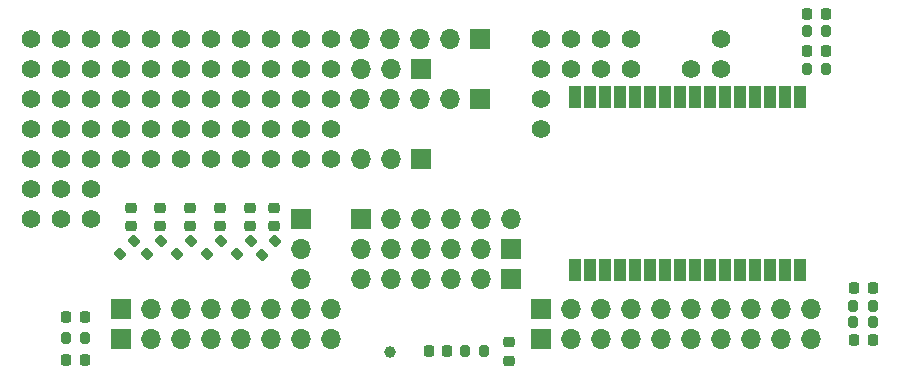
<source format=gbr>
%TF.GenerationSoftware,KiCad,Pcbnew,8.0.4*%
%TF.CreationDate,2024-10-15T16:48:48+08:00*%
%TF.ProjectId,ST-Link_3.0_devkit,53542d4c-696e-46b5-9f33-2e305f646576,rev?*%
%TF.SameCoordinates,Original*%
%TF.FileFunction,Soldermask,Top*%
%TF.FilePolarity,Negative*%
%FSLAX46Y46*%
G04 Gerber Fmt 4.6, Leading zero omitted, Abs format (unit mm)*
G04 Created by KiCad (PCBNEW 8.0.4) date 2024-10-15 16:48:48*
%MOMM*%
%LPD*%
G01*
G04 APERTURE LIST*
G04 Aperture macros list*
%AMRoundRect*
0 Rectangle with rounded corners*
0 $1 Rounding radius*
0 $2 $3 $4 $5 $6 $7 $8 $9 X,Y pos of 4 corners*
0 Add a 4 corners polygon primitive as box body*
4,1,4,$2,$3,$4,$5,$6,$7,$8,$9,$2,$3,0*
0 Add four circle primitives for the rounded corners*
1,1,$1+$1,$2,$3*
1,1,$1+$1,$4,$5*
1,1,$1+$1,$6,$7*
1,1,$1+$1,$8,$9*
0 Add four rect primitives between the rounded corners*
20,1,$1+$1,$2,$3,$4,$5,0*
20,1,$1+$1,$4,$5,$6,$7,0*
20,1,$1+$1,$6,$7,$8,$9,0*
20,1,$1+$1,$8,$9,$2,$3,0*%
G04 Aperture macros list end*
%ADD10R,1.070100X1.899920*%
%ADD11R,1.700000X1.700000*%
%ADD12O,1.700000X1.700000*%
%ADD13RoundRect,0.218750X-0.218750X-0.256250X0.218750X-0.256250X0.218750X0.256250X-0.218750X0.256250X0*%
%ADD14RoundRect,0.218750X-0.256250X0.218750X-0.256250X-0.218750X0.256250X-0.218750X0.256250X0.218750X0*%
%ADD15RoundRect,0.218750X0.218750X0.256250X-0.218750X0.256250X-0.218750X-0.256250X0.218750X-0.256250X0*%
%ADD16C,1.000000*%
%ADD17RoundRect,0.200000X0.200000X0.275000X-0.200000X0.275000X-0.200000X-0.275000X0.200000X-0.275000X0*%
%ADD18RoundRect,0.200000X-0.053033X0.335876X-0.335876X0.053033X0.053033X-0.335876X0.335876X-0.053033X0*%
%ADD19RoundRect,0.225000X0.250000X-0.225000X0.250000X0.225000X-0.250000X0.225000X-0.250000X-0.225000X0*%
%ADD20RoundRect,0.225000X-0.225000X-0.250000X0.225000X-0.250000X0.225000X0.250000X-0.225000X0.250000X0*%
%ADD21C,1.560000*%
G04 APERTURE END LIST*
D10*
%TO.C,MOD1*%
X168783000Y-84323170D03*
X167513000Y-84323170D03*
X166243000Y-84323170D03*
X164973000Y-84323170D03*
X163703000Y-84323170D03*
X162433000Y-84323170D03*
X161163000Y-84323170D03*
X159893000Y-84323170D03*
X158623000Y-84323170D03*
X157353000Y-84323170D03*
X156083000Y-84323170D03*
X154813000Y-84323170D03*
X153543000Y-84323170D03*
X152273000Y-84323170D03*
X151003000Y-84323170D03*
X149733000Y-84323170D03*
X149733000Y-98963230D03*
X151003000Y-98963230D03*
X152273000Y-98963230D03*
X153543000Y-98963230D03*
X154813000Y-98963230D03*
X156083000Y-98963230D03*
X157353000Y-98963230D03*
X158623000Y-98963230D03*
X159893000Y-98963230D03*
X161163000Y-98963230D03*
X162433000Y-98963230D03*
X163703000Y-98963230D03*
X164973000Y-98963230D03*
X166243000Y-98963230D03*
X167513000Y-98963230D03*
X168783000Y-98963230D03*
%TD*%
D11*
%TO.C,CON3*%
X146812000Y-104825800D03*
D12*
X149352000Y-104825800D03*
X151892000Y-104825800D03*
X154432000Y-104825800D03*
X156972000Y-104825800D03*
X159512000Y-104825800D03*
X162052000Y-104825800D03*
X164592000Y-104825800D03*
X167132000Y-104825800D03*
X169672000Y-104825800D03*
%TD*%
%TO.C,CON1*%
X129032000Y-104825800D03*
X126492000Y-104825800D03*
X123952000Y-104825800D03*
X121412000Y-104825800D03*
X118872000Y-104825800D03*
X116332000Y-104825800D03*
X113792000Y-104825800D03*
D11*
X111252000Y-104825800D03*
%TD*%
%TO.C,CON2*%
X111252000Y-102285800D03*
D12*
X113792000Y-102285800D03*
X116332000Y-102285800D03*
X118872000Y-102285800D03*
X121412000Y-102285800D03*
X123952000Y-102285800D03*
X126492000Y-102285800D03*
X129032000Y-102285800D03*
%TD*%
D11*
%TO.C,CON13*%
X144272000Y-99745800D03*
D12*
X141732000Y-99745800D03*
X139192000Y-99745800D03*
X136652000Y-99745800D03*
X134112000Y-99745800D03*
X131572000Y-99745800D03*
%TD*%
D11*
%TO.C,CON12*%
X136652000Y-81965800D03*
D12*
X134112000Y-81965800D03*
X131572000Y-81965800D03*
%TD*%
D11*
%TO.C,CON11*%
X144272000Y-97205800D03*
D12*
X141732000Y-97205800D03*
X139192000Y-97205800D03*
X136652000Y-97205800D03*
X134112000Y-97205800D03*
X131572000Y-97205800D03*
%TD*%
D11*
%TO.C,CON10*%
X136652000Y-89585800D03*
D12*
X134112000Y-89585800D03*
X131572000Y-89585800D03*
%TD*%
D11*
%TO.C,CON9*%
X141706600Y-84505800D03*
D12*
X139166600Y-84505800D03*
X136626600Y-84505800D03*
X134086600Y-84505800D03*
X131546600Y-84505800D03*
%TD*%
D11*
%TO.C,CON8*%
X131572000Y-94665800D03*
D12*
X134112000Y-94665800D03*
X136652000Y-94665800D03*
X139192000Y-94665800D03*
X141732000Y-94665800D03*
X144272000Y-94665800D03*
%TD*%
D11*
%TO.C,CON7*%
X141706600Y-79425800D03*
D12*
X139166600Y-79425800D03*
X136626600Y-79425800D03*
X134086600Y-79425800D03*
X131546600Y-79425800D03*
%TD*%
D11*
%TO.C,CON6*%
X126492000Y-94665800D03*
D12*
X126492000Y-97205800D03*
X126492000Y-99745800D03*
%TD*%
D11*
%TO.C,CON4*%
X146812000Y-102285800D03*
D12*
X149352000Y-102285800D03*
X151892000Y-102285800D03*
X154432000Y-102285800D03*
X156972000Y-102285800D03*
X159512000Y-102285800D03*
X162052000Y-102285800D03*
X164592000Y-102285800D03*
X167132000Y-102285800D03*
X169672000Y-102285800D03*
%TD*%
D13*
%TO.C,TX*%
X173354900Y-100482400D03*
X174929900Y-100482400D03*
%TD*%
%TO.C,RX*%
X173354900Y-104952800D03*
X174929900Y-104952800D03*
%TD*%
D14*
%TO.C,VD10*%
X112141000Y-93700499D03*
X112141000Y-95275501D03*
%TD*%
%TO.C,VD9*%
X114554000Y-93700499D03*
X114554000Y-95275501D03*
%TD*%
%TO.C,VD8*%
X117094000Y-93700499D03*
X117094000Y-95275501D03*
%TD*%
%TO.C,VD7*%
X119634000Y-93700499D03*
X119634000Y-95275501D03*
%TD*%
%TO.C,VD6*%
X122174000Y-93700499D03*
X122174000Y-95275501D03*
%TD*%
%TO.C,VD5*%
X124206000Y-93700499D03*
X124206000Y-95275501D03*
%TD*%
D15*
%TO.C,PC1*%
X170942101Y-80441800D03*
X169367099Y-80441800D03*
%TD*%
%TO.C,PC0*%
X170942101Y-77343000D03*
X169367099Y-77343000D03*
%TD*%
D13*
%TO.C,3V3*%
X137337700Y-105841800D03*
X138912700Y-105841800D03*
%TD*%
D15*
%TO.C,5V*%
X108229501Y-106603800D03*
X106654499Y-106603800D03*
%TD*%
D16*
%TO.C,TP1*%
X134086600Y-105943400D03*
%TD*%
D17*
%TO.C,R12*%
X174942000Y-102006400D03*
X173292000Y-102006400D03*
%TD*%
%TO.C,R11*%
X174942000Y-103403400D03*
X173292000Y-103403400D03*
%TD*%
D18*
%TO.C,R10*%
X111176637Y-97662163D03*
X112343363Y-96495437D03*
%TD*%
%TO.C,R9*%
X114629363Y-96495437D03*
X113462637Y-97662163D03*
%TD*%
%TO.C,R8*%
X116002637Y-97662163D03*
X117169363Y-96495437D03*
%TD*%
%TO.C,R7*%
X119709363Y-96495437D03*
X118542637Y-97662163D03*
%TD*%
%TO.C,R6*%
X122249363Y-96495437D03*
X121082637Y-97662163D03*
%TD*%
%TO.C,R5*%
X124357563Y-96546237D03*
X123190837Y-97712963D03*
%TD*%
D17*
%TO.C,R4*%
X171005000Y-81965800D03*
X169355000Y-81965800D03*
%TD*%
%TO.C,R3*%
X169355000Y-78740000D03*
X171005000Y-78740000D03*
%TD*%
%TO.C,R2*%
X140399000Y-105841800D03*
X142049000Y-105841800D03*
%TD*%
%TO.C,R1*%
X106617000Y-104775000D03*
X108267000Y-104775000D03*
%TD*%
D19*
%TO.C,C2*%
X144094200Y-106667600D03*
X144094200Y-105117600D03*
%TD*%
D20*
%TO.C,C1*%
X106667000Y-102971600D03*
X108217000Y-102971600D03*
%TD*%
D21*
%TO.C,*%
X103632000Y-89585800D03*
%TD*%
%TO.C,*%
X113792000Y-89585800D03*
%TD*%
%TO.C,*%
X108712000Y-89585800D03*
%TD*%
%TO.C,*%
X103632000Y-79425800D03*
%TD*%
%TO.C,*%
X103632000Y-87045800D03*
%TD*%
%TO.C,*%
X106172000Y-84505800D03*
%TD*%
%TO.C,*%
X108712000Y-87045800D03*
%TD*%
%TO.C,*%
X106172000Y-89585800D03*
%TD*%
%TO.C,*%
X106172000Y-81965800D03*
%TD*%
%TO.C,*%
X106172000Y-79425800D03*
%TD*%
%TO.C,*%
X103632000Y-81965800D03*
%TD*%
%TO.C,*%
X103632000Y-84505800D03*
%TD*%
%TO.C,*%
X106172000Y-87045800D03*
%TD*%
%TO.C,*%
X121412000Y-89585800D03*
%TD*%
%TO.C,*%
X126492000Y-89585800D03*
%TD*%
%TO.C,*%
X118872000Y-87045800D03*
%TD*%
%TO.C,*%
X118872000Y-81965800D03*
%TD*%
%TO.C,*%
X113792000Y-87045800D03*
%TD*%
%TO.C,*%
X121412000Y-84505800D03*
%TD*%
%TO.C,*%
X126492000Y-84505800D03*
%TD*%
%TO.C,*%
X126492000Y-81965800D03*
%TD*%
%TO.C,*%
X121412000Y-81965800D03*
%TD*%
%TO.C,*%
X123952000Y-81965800D03*
%TD*%
%TO.C,*%
X123952000Y-89585800D03*
%TD*%
%TO.C,*%
X121412000Y-87045800D03*
%TD*%
%TO.C,*%
X123952000Y-87045800D03*
%TD*%
%TO.C,*%
X116332000Y-81965800D03*
%TD*%
%TO.C,*%
X113792000Y-81965800D03*
%TD*%
%TO.C,*%
X116332000Y-87045800D03*
%TD*%
%TO.C,*%
X118872000Y-89585800D03*
%TD*%
%TO.C,*%
X126492000Y-87045800D03*
%TD*%
%TO.C,*%
X108712000Y-92125800D03*
%TD*%
%TO.C,*%
X103632000Y-94665800D03*
%TD*%
%TO.C,*%
X106172000Y-92125800D03*
%TD*%
%TO.C,*%
X103632000Y-92125800D03*
%TD*%
%TO.C,*%
X116332000Y-89585800D03*
%TD*%
%TO.C,*%
X106172000Y-94665800D03*
%TD*%
%TO.C,*%
X108712000Y-94665800D03*
%TD*%
%TO.C,*%
X111252000Y-89585800D03*
%TD*%
%TO.C,*%
X111252000Y-81965800D03*
%TD*%
%TO.C,*%
X118872000Y-84505800D03*
%TD*%
%TO.C,*%
X111252000Y-79425800D03*
%TD*%
%TO.C,*%
X113792000Y-84505800D03*
%TD*%
%TO.C,*%
X116332000Y-84505800D03*
%TD*%
%TO.C,*%
X129032000Y-81965800D03*
%TD*%
%TO.C,*%
X129032000Y-84505800D03*
%TD*%
%TO.C,*%
X113792000Y-79425800D03*
%TD*%
%TO.C,*%
X121412000Y-79425800D03*
%TD*%
%TO.C,*%
X118872000Y-79425800D03*
%TD*%
%TO.C,*%
X129032000Y-79425800D03*
%TD*%
%TO.C,*%
X111252000Y-84505800D03*
%TD*%
%TO.C,*%
X116332000Y-79425800D03*
%TD*%
%TO.C,*%
X123952000Y-84505800D03*
%TD*%
%TO.C,*%
X111252000Y-87045800D03*
%TD*%
%TO.C,*%
X126492000Y-79425800D03*
%TD*%
%TO.C,*%
X123952000Y-79425800D03*
%TD*%
%TO.C,*%
X108712000Y-79425800D03*
%TD*%
%TO.C,*%
X146812000Y-84505800D03*
%TD*%
%TO.C,*%
X154432000Y-79425800D03*
%TD*%
%TO.C,*%
X154432000Y-81965800D03*
%TD*%
%TO.C,*%
X151892000Y-81965800D03*
%TD*%
%TO.C,*%
X146812000Y-79425800D03*
%TD*%
%TO.C,*%
X129032000Y-89585800D03*
%TD*%
%TO.C,*%
X149352000Y-81965800D03*
%TD*%
%TO.C,*%
X108712000Y-84505800D03*
%TD*%
%TO.C,*%
X162052000Y-81965800D03*
%TD*%
%TO.C,*%
X129032000Y-87045800D03*
%TD*%
%TO.C,*%
X149352000Y-79425800D03*
%TD*%
%TO.C,*%
X159512000Y-81965800D03*
%TD*%
%TO.C,*%
X151892000Y-79425800D03*
%TD*%
%TO.C,*%
X162052000Y-79425800D03*
%TD*%
%TO.C,*%
X108712000Y-81965800D03*
%TD*%
%TO.C,*%
X146812000Y-81965800D03*
%TD*%
%TO.C,*%
X146812000Y-87045800D03*
%TD*%
M02*

</source>
